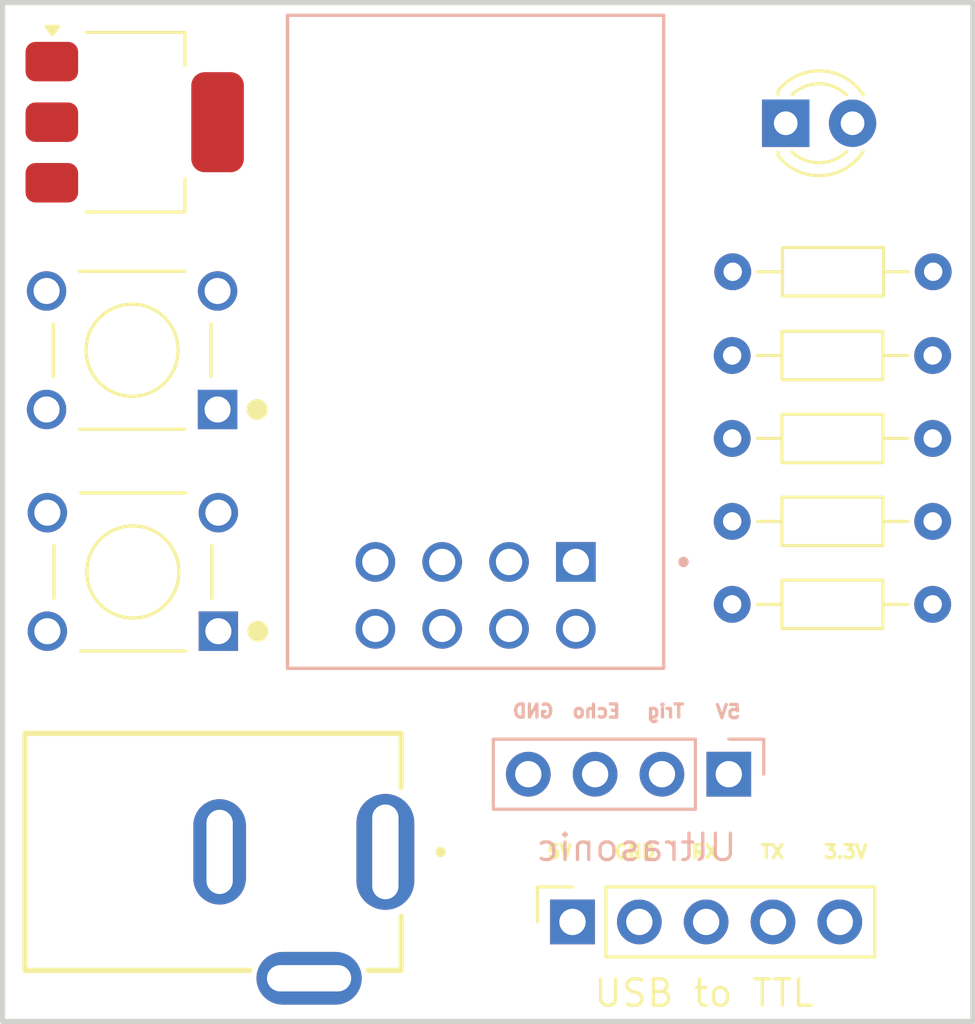
<source format=kicad_pcb>
(kicad_pcb (version 20240108) (generator "pcbnew") (generator_version "8.0")
  (layers (0 "F.Cu" signal) (31 "B.Cu" signal) (34 "B.Paste" user) (35 "F.Paste" user) (36 "B.SilkS" user "B.Silkscreen") (37 "F.SilkS" user "F.Silkscreen") (38 "B.Mask" user) (39 "F.Mask" user) (44 "Edge.Cuts" user))
  (net 0 "")
  (net 1 "3.3V")
  (net 2 "Net-(D2-A)")
  (net 3 "Echo")
  (net 4 "Trig")
  (net 5 "RX")
  (net 6 "Net-(J5-Pin_3)")
  (net 7 "Net-(J5-Pin_2)")
  (net 8 "Net-(J6-Pin_4)")
  (net 9 "Net-(J6-Pin_1)")
  (net 10 "TX")
  (net 15 "GND")
  (net 16 "5V")
  (footprint "Resistor_THT:R_Axial_DIN0204_L3.6mm_D1.6mm_P7.62mm_Horizontal" (layer "F.Cu") (at 119.15 49.22 180)
    (property "Reference" "R8" (hide yes))
    (property "Value" "10K" (hide yes))
    (fp_line (start 6.68 0) (end 5.73 0) (stroke (width 0.12)) (layer "F.SilkS"))
    (fp_line (start 5.73 0.92) (end 5.73 -0.92) (stroke (width 0.12)) (layer "F.SilkS"))
    (fp_line (start 5.73 -0.92) (end 1.89 -0.92) (stroke (width 0.12)) (layer "F.SilkS"))
    (fp_line (start 1.89 0.92) (end 5.73 0.92) (stroke (width 0.12)) (layer "F.SilkS"))
    (fp_line (start 1.89 -0.92) (end 1.89 0.92) (stroke (width 0.12)) (layer "F.SilkS"))
    (fp_line (start 0.94 0) (end 1.89 0) (stroke (width 0.12)) (layer "F.SilkS"))
    (pad "1" thru_hole circle (at 0 0 180) (size 1.4 1.4) (drill 0.7) (layers "*.Cu" "*.Mask") (net 4 "Trig"))
    (pad "2" thru_hole oval (at 7.62 0 180) (size 1.4 1.4) (drill 0.7) (layers "*.Cu" "*.Mask") (net 1 "3.3V"))
  )
  (footprint "DCJ200-10-A-XX-K_REVA:GCT_DCJ200-10-A-XX-K_REVA" (layer "F.Cu") (at 91.7975 68.07 -90)
    (property "Reference" "J1" (hide yes))
    (property "Value" "DCJ200-10-A-XX-K_REVA" (hide yes))
    (fp_line (start -4.5 7.15) (end 4.5 7.15) (stroke (width 0.2)) (layer "F.SilkS"))
    (fp_line (start -4.5 7.15) (end -4.5 -7.15) (stroke (width 0.2)) (layer "F.SilkS"))
    (fp_line (start 4.5 7.15) (end 4.5 -1.4) (stroke (width 0.2)) (layer "F.SilkS"))
    (fp_line (start -2.45 -7.15) (end -4.5 -7.15) (stroke (width 0.2)) (layer "F.SilkS"))
    (fp_line (start 2.45 -7.15) (end 4.5 -7.15) (stroke (width 0.2)) (layer "F.SilkS"))
    (fp_line (start 4.5 -7.15) (end 4.5 -5.9) (stroke (width 0.2)) (layer "F.SilkS"))
    (fp_circle (center 0 -8.65) (end 0.1 -8.65) (stroke (width 0.2)) (fill none) (layer "F.SilkS"))
    (pad "1" thru_hole oval (at 0 -6.55 270) (size 4.4 2.2) (drill oval 3.6 1) (layers "*.Cu" "*.Mask") (net 16 "5V"))
    (pad "2" thru_hole oval (at 0 -0.25 270) (size 4 2) (drill oval 3.2 1) (layers "*.Cu" "*.Mask") (net 15 "GND"))
    (pad "3" thru_hole oval (at 4.8 -3.65 270) (size 2 4) (drill oval 1 3.2) (layers "*.Cu" "*.Mask") (net 15 "GND"))
  )
  (footprint "LED_THT:LED_D3.0mm" (layer "F.Cu") (at 113.565 40.4)
    (property "Reference" "D2" (hide yes))
    (property "Value" "LED" (hide yes))
    (fp_line (start -0.29 -1.236) (end -0.29 -1.08) (stroke (width 0.12)) (layer "F.SilkS"))
    (fp_line (start -0.29 1.08) (end -0.29 1.236) (stroke (width 0.12)) (layer "F.SilkS"))
    (fp_arc (start -0.29 -1.235516) (mid 1.366487 -1.987659) (end 2.942335 -1.078608) (stroke (width 0.12)) (layer "F.SilkS"))
    (fp_arc (start 0.229039 -1.08) (mid 1.270117 -1.5) (end 2.31113 -1.079837) (stroke (width 0.12)) (layer "F.SilkS"))
    (fp_arc (start 2.31113 1.079837) (mid 1.270117 1.5) (end 0.229039 1.08) (stroke (width 0.12)) (layer "F.SilkS"))
    (fp_arc (start 2.942335 1.078608) (mid 1.366487 1.987659) (end -0.29 1.235516) (stroke (width 0.12)) (layer "F.SilkS"))
    (pad "1" thru_hole rect (at 0 0) (size 1.8 1.8) (drill 0.9) (layers "*.Cu" "*.Mask") (net 15 "GND"))
    (pad "2" thru_hole circle (at 2.54 0) (size 1.8 1.8) (drill 0.9) (layers "*.Cu" "*.Mask") (net 2 "Net-(D2-A)"))
  )
  (footprint "FSM8JH:SW_FSM8JH" (layer "F.Cu") (at 88.72 49.02 180)
    (property "Reference" "S4" (hide yes))
    (property "Value" "FSM8JH" (hide yes))
    (fp_line (start 3 -1) (end 3 1) (stroke (width 0.127)) (layer "F.SilkS"))
    (fp_line (start -2 3) (end 2 3) (stroke (width 0.127)) (layer "F.SilkS"))
    (fp_line (start -2 -3) (end 2 -3) (stroke (width 0.127)) (layer "F.SilkS"))
    (fp_line (start -3 -1) (end -3 1) (stroke (width 0.127)) (layer "F.SilkS"))
    (fp_circle (center 0 0) (end 1.75 0) (stroke (width 0.127)) (fill none) (layer "F.SilkS"))
    (fp_circle (center -4.75 -2.25) (end -4.55 -2.25) (stroke (width 0.4)) (fill none) (layer "F.SilkS"))
    (pad "1" thru_hole rect (at -3.25 -2.25 180) (size 1.498 1.498) (drill 0.99) (layers "*.Cu" "*.Mask") (net 6 "Net-(J5-Pin_3)"))
    (pad "2" thru_hole circle (at -3.25 2.25 180) (size 1.498 1.498) (drill 0.99) (layers "*.Cu" "*.Mask"))
    (pad "3" thru_hole circle (at 3.25 -2.25 180) (size 1.498 1.498) (drill 0.99) (layers "*.Cu" "*.Mask") (net 15 "GND"))
    (pad "4" thru_hole circle (at 3.25 2.25 180) (size 1.498 1.498) (drill 0.99) (layers "*.Cu" "*.Mask"))
  )
  (footprint "Resistor_THT:R_Axial_DIN0204_L3.6mm_D1.6mm_P7.62mm_Horizontal" (layer "F.Cu") (at 119.15 58.67 180)
    (property "Reference" "R2" (hide yes))
    (property "Value" "1K" (hide yes))
    (fp_line (start 6.68 0) (end 5.73 0) (stroke (width 0.12)) (layer "F.SilkS"))
    (fp_line (start 5.73 0.92) (end 5.73 -0.92) (stroke (width 0.12)) (layer "F.SilkS"))
    (fp_line (start 5.73 -0.92) (end 1.89 -0.92) (stroke (width 0.12)) (layer "F.SilkS"))
    (fp_line (start 1.89 0.92) (end 5.73 0.92) (stroke (width 0.12)) (layer "F.SilkS"))
    (fp_line (start 1.89 -0.92) (end 1.89 0.92) (stroke (width 0.12)) (layer "F.SilkS"))
    (fp_line (start 0.94 0) (end 1.89 0) (stroke (width 0.12)) (layer "F.SilkS"))
    (pad "1" thru_hole circle (at 0 0 180) (size 1.4 1.4) (drill 0.7) (layers "*.Cu" "*.Mask") (net 8 "Net-(J6-Pin_4)"))
    (pad "2" thru_hole oval (at 7.62 0 180) (size 1.4 1.4) (drill 0.7) (layers "*.Cu" "*.Mask") (net 10 "TX"))
  )
  (footprint "FSM8JH:SW_FSM8JH" (layer "F.Cu") (at 88.75 57.44 180)
    (property "Reference" "S3" (hide yes))
    (property "Value" "FSM8JH" (hide yes))
    (fp_line (start 3 -1) (end 3 1) (stroke (width 0.127)) (layer "F.SilkS"))
    (fp_line (start -2 3) (end 2 3) (stroke (width 0.127)) (layer "F.SilkS"))
    (fp_line (start -2 -3) (end 2 -3) (stroke (width 0.127)) (layer "F.SilkS"))
    (fp_line (start -3 -1) (end -3 1) (stroke (width 0.127)) (layer "F.SilkS"))
    (fp_circle (center 0 0) (end 1.75 0) (stroke (width 0.127)) (fill none) (layer "F.SilkS"))
    (fp_circle (center -4.75 -2.25) (end -4.55 -2.25) (stroke (width 0.4)) (fill none) (layer "F.SilkS"))
    (pad "1" thru_hole rect (at -3.25 -2.25 180) (size 1.498 1.498) (drill 0.99) (layers "*.Cu" "*.Mask") (net 4 "Trig"))
    (pad "2" thru_hole circle (at -3.25 2.25 180) (size 1.498 1.498) (drill 0.99) (layers "*.Cu" "*.Mask"))
    (pad "3" thru_hole circle (at 3.25 -2.25 180) (size 1.498 1.498) (drill 0.99) (layers "*.Cu" "*.Mask") (net 15 "GND"))
    (pad "4" thru_hole circle (at 3.25 2.25 180) (size 1.498 1.498) (drill 0.99) (layers "*.Cu" "*.Mask"))
  )
  (footprint "Connector_PinSocket_2.54mm:PinSocket_1x05_P2.54mm_Vertical" (layer "F.Cu") (at 105.46 70.73 90)
    (property "Reference" "J7" (hide yes))
    (property "Value" "Conn_01x05_Socket" (hide yes))
    (fp_line (start 1.33 -1.33) (end 1.33 0) (stroke (width 0.12)) (layer "F.SilkS"))
    (fp_line (start 0 -1.33) (end 1.33 -1.33) (stroke (width 0.12)) (layer "F.SilkS"))
    (fp_line (start 1.33 1.27) (end 1.33 11.49) (stroke (width 0.12)) (layer "F.SilkS"))
    (fp_line (start -1.33 1.27) (end 1.33 1.27) (stroke (width 0.12)) (layer "F.SilkS"))
    (fp_line (start -1.33 1.27) (end -1.33 11.49) (stroke (width 0.12)) (layer "F.SilkS"))
    (fp_line (start -1.33 11.49) (end 1.33 11.49) (stroke (width 0.12)) (layer "F.SilkS"))
    (pad "1" thru_hole rect (at 0 0 90) (size 1.7 1.7) (drill 1) (layers "*.Cu" "*.Mask") (net 16 "5V"))
    (pad "2" thru_hole oval (at 0 2.54 90) (size 1.7 1.7) (drill 1) (layers "*.Cu" "*.Mask") (net 15 "GND"))
    (pad "3" thru_hole oval (at 0 5.08 90) (size 1.7 1.7) (drill 1) (layers "*.Cu" "*.Mask") (net 5 "RX"))
    (pad "4" thru_hole oval (at 0 7.62 90) (size 1.7 1.7) (drill 1) (layers "*.Cu" "*.Mask") (net 10 "TX"))
    (pad "5" thru_hole oval (at 0 10.16 90) (size 1.7 1.7) (drill 1) (layers "*.Cu" "*.Mask") (net 1 "3.3V"))
  )
  (footprint "Resistor_THT:R_Axial_DIN0204_L3.6mm_D1.6mm_P7.62mm_Horizontal" (layer "F.Cu") (at 119.15 55.52 180)
    (property "Reference" "R3" (hide yes))
    (property "Value" "2K" (hide yes))
    (fp_line (start 6.68 0) (end 5.73 0) (stroke (width 0.12)) (layer "F.SilkS"))
    (fp_line (start 5.73 0.92) (end 5.73 -0.92) (stroke (width 0.12)) (layer "F.SilkS"))
    (fp_line (start 5.73 -0.92) (end 1.89 -0.92) (stroke (width 0.12)) (layer "F.SilkS"))
    (fp_line (start 1.89 0.92) (end 5.73 0.92) (stroke (width 0.12)) (layer "F.SilkS"))
    (fp_line (start 1.89 -0.92) (end 1.89 0.92) (stroke (width 0.12)) (layer "F.SilkS"))
    (fp_line (start 0.94 0) (end 1.89 0) (stroke (width 0.12)) (layer "F.SilkS"))
    (pad "1" thru_hole circle (at 0 0 180) (size 1.4 1.4) (drill 0.7) (layers "*.Cu" "*.Mask") (net 15 "GND"))
    (pad "2" thru_hole oval (at 7.62 0 180) (size 1.4 1.4) (drill 0.7) (layers "*.Cu" "*.Mask") (net 8 "Net-(J6-Pin_4)"))
  )
  (footprint "Package_TO_SOT_SMD:SOT-223-3_TabPin2" (layer "F.Cu") (at 88.82 40.36)
    (property "Reference" "U1" (hide yes))
    (property "Value" "AMS1117" (hide yes))
    (fp_line (start -1.85 -3.41) (end 1.91 -3.41) (stroke (width 0.12)) (layer "F.SilkS"))
    (fp_line (start -1.85 3.41) (end 1.91 3.41) (stroke (width 0.12)) (layer "F.SilkS"))
    (fp_line (start 1.91 -3.41) (end 1.91 -2.15) (stroke (width 0.12)) (layer "F.SilkS"))
    (fp_line (start 1.91 3.41) (end 1.91 2.15) (stroke (width 0.12)) (layer "F.SilkS"))
    (fp_poly (pts (xy -3.13 -3.31) (xy -3.37 -3.64) (xy -2.89 -3.64) (xy -3.13 -3.31)) (stroke (width 0.12)) (fill solid) (layer "F.SilkS"))
    (pad "1" smd roundrect (at -3.15 -2.3) (size 2 1.5) (layers "F.Cu" "F.Paste" "F.Mask") (net 15 "GND"))
    (pad "2" smd roundrect (at -3.15 0) (size 2 1.5) (layers "F.Cu" "F.Paste" "F.Mask") (net 1 "3.3V"))
    (pad "2" smd roundrect (at 3.15 0) (size 2 3.8) (layers "F.Cu" "F.Paste" "F.Mask") (net 1 "3.3V"))
    (pad "3" smd roundrect (at -3.15 2.3) (size 2 1.5) (layers "F.Cu" "F.Paste" "F.Mask") (net 16 "5V"))
  )
  (footprint "Resistor_THT:R_Axial_DIN0204_L3.6mm_D1.6mm_P7.62mm_Horizontal" (layer "F.Cu") (at 119.15 52.37 180)
    (property "Reference" "R7" (hide yes))
    (property "Value" "330" (hide yes))
    (fp_line (start 6.68 0) (end 5.73 0) (stroke (width 0.12)) (layer "F.SilkS"))
    (fp_line (start 5.73 0.92) (end 5.73 -0.92) (stroke (width 0.12)) (layer "F.SilkS"))
    (fp_line (start 5.73 -0.92) (end 1.89 -0.92) (stroke (width 0.12)) (layer "F.SilkS"))
    (fp_line (start 1.89 0.92) (end 5.73 0.92) (stroke (width 0.12)) (layer "F.SilkS"))
    (fp_line (start 1.89 -0.92) (end 1.89 0.92) (stroke (width 0.12)) (layer "F.SilkS"))
    (fp_line (start 0.94 0) (end 1.89 0) (stroke (width 0.12)) (layer "F.SilkS"))
    (pad "1" thru_hole circle (at 0 0 180) (size 1.4 1.4) (drill 0.7) (layers "*.Cu" "*.Mask") (net 3 "Echo"))
    (pad "2" thru_hole oval (at 7.62 0 180) (size 1.4 1.4) (drill 0.7) (layers "*.Cu" "*.Mask") (net 2 "Net-(D2-A)"))
  )
  (footprint "Resistor_THT:R_Axial_DIN0204_L3.6mm_D1.6mm_P7.62mm_Horizontal" (layer "F.Cu") (at 119.17 46.04 180)
    (property "Reference" "R9" (hide yes))
    (property "Value" "10K" (hide yes))
    (fp_line (start 6.68 0) (end 5.73 0) (stroke (width 0.12)) (layer "F.SilkS"))
    (fp_line (start 5.73 0.92) (end 5.73 -0.92) (stroke (width 0.12)) (layer "F.SilkS"))
    (fp_line (start 5.73 -0.92) (end 1.89 -0.92) (stroke (width 0.12)) (layer "F.SilkS"))
    (fp_line (start 1.89 0.92) (end 5.73 0.92) (stroke (width 0.12)) (layer "F.SilkS"))
    (fp_line (start 1.89 -0.92) (end 1.89 0.92) (stroke (width 0.12)) (layer "F.SilkS"))
    (fp_line (start 0.94 0) (end 1.89 0) (stroke (width 0.12)) (layer "F.SilkS"))
    (pad "1" thru_hole circle (at 0 0 180) (size 1.4 1.4) (drill 0.7) (layers "*.Cu" "*.Mask") (net 6 "Net-(J5-Pin_3)"))
    (pad "2" thru_hole oval (at 7.62 0 180) (size 1.4 1.4) (drill 0.7) (layers "*.Cu" "*.Mask") (net 1 "3.3V"))
  )
  (footprint "Connector_PinSocket_2.54mm:PinSocket_1x04_P2.54mm_Vertical" (layer "B.Cu") (at 111.4 65.12 90)
    (property "Reference" "J3" (hide yes))
    (property "Value" "Conn_01x04_Socket" (hide yes))
    (fp_line (start 1.33 -8.95) (end -1.33 -8.95) (stroke (width 0.12)) (layer "B.SilkS"))
    (fp_line (start 1.33 -8.95) (end 1.33 -1.27) (stroke (width 0.12)) (layer "B.SilkS"))
    (fp_line (start -1.33 -8.95) (end -1.33 -1.27) (stroke (width 0.12)) (layer "B.SilkS"))
    (fp_line (start 1.33 -1.27) (end -1.33 -1.27) (stroke (width 0.12)) (layer "B.SilkS"))
    (fp_line (start 1.33 0) (end 1.33 1.33) (stroke (width 0.12)) (layer "B.SilkS"))
    (fp_line (start 1.33 1.33) (end 0 1.33) (stroke (width 0.12)) (layer "B.SilkS"))
    (pad "1" thru_hole rect (at 0 0 90) (size 1.7 1.7) (drill 1) (layers "*.Cu" "*.Mask") (net 16 "5V"))
    (pad "2" thru_hole oval (at 0 -2.54 90) (size 1.7 1.7) (drill 1) (layers "*.Cu" "*.Mask") (net 4 "Trig"))
    (pad "3" thru_hole oval (at 0 -5.08 90) (size 1.7 1.7) (drill 1) (layers "*.Cu" "*.Mask") (net 3 "Echo"))
    (pad "4" thru_hole oval (at 0 -7.62 90) (size 1.7 1.7) (drill 1) (layers "*.Cu" "*.Mask") (net 15 "GND"))
  )
  (footprint "ESP-01:MODULE_ESP-01" (layer "B.Cu") (at 101.7775 48.7 180)
    (property "Reference" "U2" (hide yes))
    (property "Value" "ESP-01" (hide yes))
    (fp_line (start 7.15 12.4) (end 7.15 -12.4) (stroke (width 0.127)) (layer "B.SilkS"))
    (fp_line (start 7.15 -12.4) (end -7.15 -12.4) (stroke (width 0.127)) (layer "B.SilkS"))
    (fp_line (start -7.15 12.4) (end 7.15 12.4) (stroke (width 0.127)) (layer "B.SilkS"))
    (fp_line (start -7.15 -12.4) (end -7.15 12.4) (stroke (width 0.127)) (layer "B.SilkS"))
    (fp_circle (center -7.9 -8.36) (end -7.8 -8.36) (stroke (width 0.2)) (fill none) (layer "B.SilkS"))
    (pad "1" thru_hole rect (at -3.81 -8.36 180) (size 1.508 1.508) (drill 1) (layers "*.Cu" "*.Mask") (net 9 "Net-(J6-Pin_1)"))
    (pad "2" thru_hole circle (at -1.27 -8.36 180) (size 1.508 1.508) (drill 1) (layers "*.Cu" "*.Mask") (net 3 "Echo"))
    (pad "3" thru_hole circle (at 1.27 -8.36 180) (size 1.508 1.508) (drill 1) (layers "*.Cu" "*.Mask") (net 4 "Trig"))
    (pad "4" thru_hole circle (at 3.81 -8.36 180) (size 1.508 1.508) (drill 1) (layers "*.Cu" "*.Mask") (net 8 "Net-(J6-Pin_4)"))
    (pad "5" thru_hole circle (at 3.81 -10.9 180) (size 1.508 1.508) (drill 1) (layers "*.Cu" "*.Mask") (net 1 "3.3V"))
    (pad "6" thru_hole circle (at 1.27 -10.9 180) (size 1.508 1.508) (drill 1) (layers "*.Cu" "*.Mask") (net 6 "Net-(J5-Pin_3)"))
    (pad "7" thru_hole circle (at -1.27 -10.9 180) (size 1.508 1.508) (drill 1) (layers "*.Cu" "*.Mask") (net 7 "Net-(J5-Pin_2)"))
    (pad "8" thru_hole circle (at -3.81 -10.9 180) (size 1.508 1.508) (drill 1) (layers "*.Cu" "*.Mask") (net 5 "RX"))
  )
  (gr_rect (start 83.8 35.82) (end 120.68 74.51) (stroke (width 0.2)) (fill none) (layer "Edge.Cuts"))
  (gr_text "5V\n" (at 111.91 63.04 0) (layer "B.SilkS") (effects (font (size 0.5 0.5) (thickness 0.125) (bold yes)) (justify left bottom mirror)))
  (gr_text "Trig\n" (at 109.77 63.02 -0) (layer "B.SilkS") (effects (font (size 0.5 0.5) (thickness 0.125) (bold yes)) (justify left bottom mirror)))
  (gr_text "Echo" (at 107.34 63.02 0) (layer "B.SilkS") (effects (font (size 0.5 0.5) (thickness 0.125) (bold yes)) (justify left bottom mirror)))
  (gr_text "GND" (at 104.81 63.02 0) (layer "B.SilkS") (effects (font (size 0.5 0.5) (thickness 0.125) (bold yes)) (justify left bottom mirror)))
  (gr_text "Ultrasonic\n" (at 111.78 68.49 0) (layer "B.SilkS") (effects (font (size 1 1) (thickness 0.125) (bold yes)) (justify left bottom mirror)))
  (gr_text "TX" (at 112.55 68.36 0) (layer "F.SilkS") (effects (font (size 0.5 0.5) (thickness 0.125) (bold yes)) (justify left bottom)))
  (gr_text "3.3V" (at 114.95 68.36 0) (layer "F.SilkS") (effects (font (size 0.5 0.5) (thickness 0.125) (bold yes)) (justify left bottom)))
  (gr_text "GND" (at 106.99 68.36 0) (layer "F.SilkS") (effects (font (size 0.5 0.5) (thickness 0.125) (bold yes)) (justify left bottom)))
  (gr_text "USB to TTL" (at 106.21 74.02 0) (layer "F.SilkS") (effects (font (size 1 1) (thickness 0.125) (bold yes)) (justify left bottom)))
  (gr_text "5V\n" (at 104.43 68.36 0) (layer "F.SilkS") (effects (font (size 0.5 0.5) (thickness 0.125) (bold yes)) (justify left bottom)))
  (gr_text "RX" (at 109.92 68.36 0) (layer "F.SilkS") (effects (font (size 0.5 0.5) (thickness 0.125) (bold yes)) (justify left bottom)))
)
</source>
